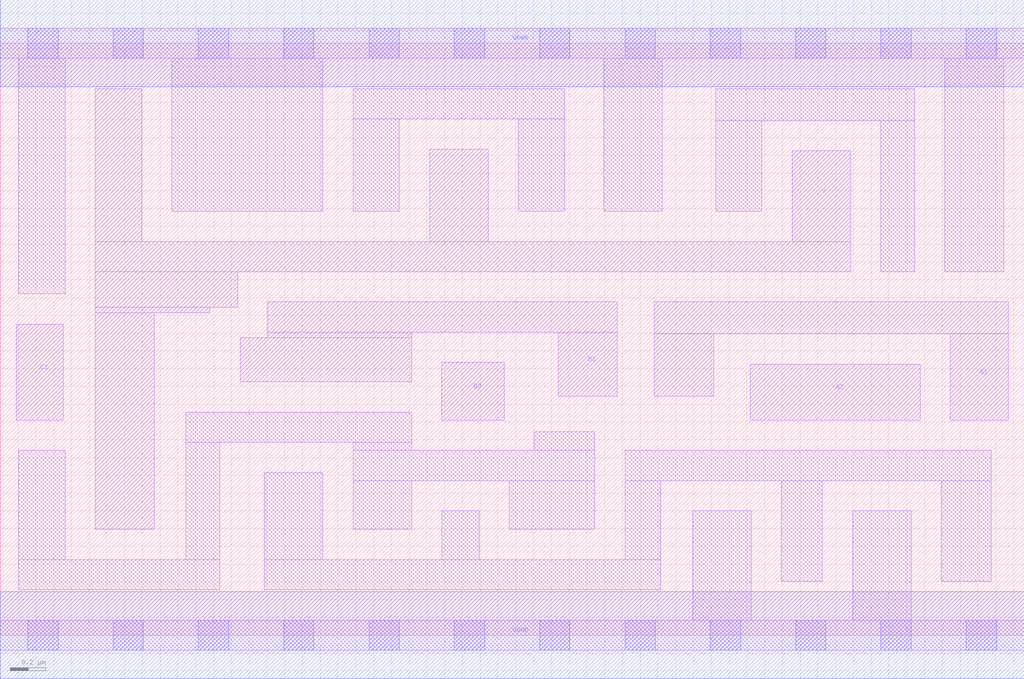
<source format=lef>
# Copyright 2020 The SkyWater PDK Authors
#
# Licensed under the Apache License, Version 2.0 (the "License");
# you may not use this file except in compliance with the License.
# You may obtain a copy of the License at
#
#     https://www.apache.org/licenses/LICENSE-2.0
#
# Unless required by applicable law or agreed to in writing, software
# distributed under the License is distributed on an "AS IS" BASIS,
# WITHOUT WARRANTIES OR CONDITIONS OF ANY KIND, either express or implied.
# See the License for the specific language governing permissions and
# limitations under the License.
#
# SPDX-License-Identifier: Apache-2.0

VERSION 5.7 ;
  NAMESCASESENSITIVE ON ;
  NOWIREEXTENSIONATPIN ON ;
  DIVIDERCHAR "/" ;
  BUSBITCHARS "[]" ;
UNITS
  DATABASE MICRONS 200 ;
END UNITS
MACRO sky130_fd_sc_lp__o221ai_2
  CLASS CORE ;
  SOURCE USER ;
  FOREIGN sky130_fd_sc_lp__o221ai_2 ;
  ORIGIN  0.000000  0.000000 ;
  SIZE  5.760000 BY  3.330000 ;
  SYMMETRY X Y R90 ;
  SITE unit ;
  PIN A1
    ANTENNAGATEAREA  0.630000 ;
    DIRECTION INPUT ;
    USE SIGNAL ;
    PORT
      LAYER li1 ;
        RECT 3.680000 1.345000 4.015000 1.695000 ;
        RECT 3.680000 1.695000 5.670000 1.875000 ;
        RECT 5.345000 1.210000 5.670000 1.695000 ;
    END
  END A1
  PIN A2
    ANTENNAGATEAREA  0.630000 ;
    DIRECTION INPUT ;
    USE SIGNAL ;
    PORT
      LAYER li1 ;
        RECT 4.220000 1.210000 5.175000 1.525000 ;
    END
  END A2
  PIN B1
    ANTENNAGATEAREA  0.630000 ;
    DIRECTION INPUT ;
    USE SIGNAL ;
    PORT
      LAYER li1 ;
        RECT 1.350000 1.425000 2.315000 1.675000 ;
        RECT 1.505000 1.675000 2.315000 1.705000 ;
        RECT 1.505000 1.705000 3.470000 1.875000 ;
        RECT 3.140000 1.345000 3.470000 1.705000 ;
    END
  END B1
  PIN B2
    ANTENNAGATEAREA  0.630000 ;
    DIRECTION INPUT ;
    USE SIGNAL ;
    PORT
      LAYER li1 ;
        RECT 2.485000 1.210000 2.835000 1.535000 ;
    END
  END B2
  PIN C1
    ANTENNAGATEAREA  0.630000 ;
    DIRECTION INPUT ;
    USE SIGNAL ;
    PORT
      LAYER li1 ;
        RECT 0.090000 1.210000 0.355000 1.750000 ;
    END
  END C1
  PIN Y
    ANTENNADIFFAREA  1.293600 ;
    DIRECTION OUTPUT ;
    USE SIGNAL ;
    PORT
      LAYER li1 ;
        RECT 0.535000 0.595000 0.865000 1.815000 ;
        RECT 0.535000 1.815000 1.180000 1.845000 ;
        RECT 0.535000 1.845000 1.335000 2.045000 ;
        RECT 0.535000 2.045000 4.785000 2.215000 ;
        RECT 0.535000 2.215000 0.795000 3.075000 ;
        RECT 2.415000 2.215000 2.745000 2.735000 ;
        RECT 4.455000 2.215000 4.785000 2.725000 ;
    END
  END Y
  PIN VGND
    DIRECTION INOUT ;
    USE GROUND ;
    PORT
      LAYER met1 ;
        RECT 0.000000 -0.245000 5.760000 0.245000 ;
    END
  END VGND
  PIN VPWR
    DIRECTION INOUT ;
    USE POWER ;
    PORT
      LAYER met1 ;
        RECT 0.000000 3.085000 5.760000 3.575000 ;
    END
  END VPWR
  OBS
    LAYER li1 ;
      RECT 0.000000 -0.085000 5.760000 0.085000 ;
      RECT 0.000000  3.245000 5.760000 3.415000 ;
      RECT 0.105000  0.255000 1.235000 0.425000 ;
      RECT 0.105000  0.425000 0.365000 1.040000 ;
      RECT 0.105000  1.920000 0.365000 3.245000 ;
      RECT 0.965000  2.385000 1.815000 3.245000 ;
      RECT 1.045000  0.425000 1.235000 1.085000 ;
      RECT 1.045000  1.085000 2.315000 1.255000 ;
      RECT 1.485000  0.255000 3.715000 0.425000 ;
      RECT 1.485000  0.425000 1.815000 0.915000 ;
      RECT 1.985000  0.595000 2.315000 0.870000 ;
      RECT 1.985000  0.870000 3.345000 1.040000 ;
      RECT 1.985000  1.040000 2.315000 1.085000 ;
      RECT 1.985000  2.385000 2.245000 2.905000 ;
      RECT 1.985000  2.905000 3.175000 3.075000 ;
      RECT 2.485000  0.425000 2.695000 0.700000 ;
      RECT 2.865000  0.595000 3.345000 0.870000 ;
      RECT 2.915000  2.385000 3.175000 2.905000 ;
      RECT 3.005000  1.040000 3.345000 1.145000 ;
      RECT 3.395000  2.385000 3.725000 3.245000 ;
      RECT 3.515000  0.425000 3.715000 0.870000 ;
      RECT 3.515000  0.870000 5.575000 1.040000 ;
      RECT 3.895000  0.085000 4.225000 0.700000 ;
      RECT 4.025000  2.385000 4.285000 2.895000 ;
      RECT 4.025000  2.895000 5.145000 3.075000 ;
      RECT 4.395000  0.305000 4.625000 0.870000 ;
      RECT 4.795000  0.085000 5.125000 0.700000 ;
      RECT 4.955000  2.045000 5.145000 2.895000 ;
      RECT 5.295000  0.305000 5.575000 0.870000 ;
      RECT 5.315000  2.045000 5.645000 3.245000 ;
    LAYER mcon ;
      RECT 0.155000 -0.085000 0.325000 0.085000 ;
      RECT 0.155000  3.245000 0.325000 3.415000 ;
      RECT 0.635000 -0.085000 0.805000 0.085000 ;
      RECT 0.635000  3.245000 0.805000 3.415000 ;
      RECT 1.115000 -0.085000 1.285000 0.085000 ;
      RECT 1.115000  3.245000 1.285000 3.415000 ;
      RECT 1.595000 -0.085000 1.765000 0.085000 ;
      RECT 1.595000  3.245000 1.765000 3.415000 ;
      RECT 2.075000 -0.085000 2.245000 0.085000 ;
      RECT 2.075000  3.245000 2.245000 3.415000 ;
      RECT 2.555000 -0.085000 2.725000 0.085000 ;
      RECT 2.555000  3.245000 2.725000 3.415000 ;
      RECT 3.035000 -0.085000 3.205000 0.085000 ;
      RECT 3.035000  3.245000 3.205000 3.415000 ;
      RECT 3.515000 -0.085000 3.685000 0.085000 ;
      RECT 3.515000  3.245000 3.685000 3.415000 ;
      RECT 3.995000 -0.085000 4.165000 0.085000 ;
      RECT 3.995000  3.245000 4.165000 3.415000 ;
      RECT 4.475000 -0.085000 4.645000 0.085000 ;
      RECT 4.475000  3.245000 4.645000 3.415000 ;
      RECT 4.955000 -0.085000 5.125000 0.085000 ;
      RECT 4.955000  3.245000 5.125000 3.415000 ;
      RECT 5.435000 -0.085000 5.605000 0.085000 ;
      RECT 5.435000  3.245000 5.605000 3.415000 ;
  END
END sky130_fd_sc_lp__o221ai_2
END LIBRARY

</source>
